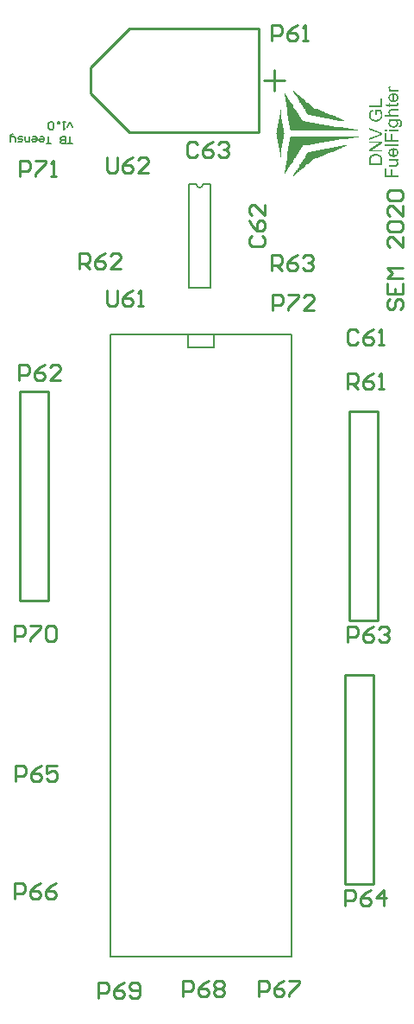
<source format=gbr>
%TF.GenerationSoftware,Altium Limited,Altium Designer,19.1.8 (144)*%
G04 Layer_Color=65535*
%FSLAX26Y26*%
%MOIN*%
%TF.FileFunction,Legend,Top*%
%TF.Part,Single*%
G01*
G75*
%TA.AperFunction,NonConductor*%
%ADD32C,0.007874*%
%ADD33C,0.010000*%
%ADD34C,0.005906*%
G36*
X1190638Y3681830D02*
X1193561D01*
Y3678907D01*
X1196484D01*
Y3675984D01*
X1199407D01*
Y3673062D01*
X1202329D01*
Y3670139D01*
X1208175D01*
Y3667216D01*
X1211097D01*
Y3664294D01*
X1214020D01*
Y3661371D01*
X1216943D01*
Y3658448D01*
X1219866D01*
Y3655525D01*
X1225711D01*
Y3652603D01*
X1228634D01*
Y3649680D01*
X1231556D01*
Y3646757D01*
X1234479D01*
Y3643834D01*
X1237402D01*
Y3640912D01*
X1243247D01*
Y3637989D01*
X1246170D01*
Y3635066D01*
X1249093D01*
Y3632144D01*
X1252015D01*
Y3629221D01*
X1254938D01*
Y3626298D01*
X1260784D01*
Y3623376D01*
X1263706D01*
Y3620453D01*
X1266629D01*
Y3617530D01*
X1275397D01*
Y3614607D01*
X1281243D01*
Y3611685D01*
X1290011D01*
Y3608762D01*
X1295856D01*
Y3605839D01*
X1304624D01*
Y3602916D01*
X1310470D01*
Y3599994D01*
X1319238D01*
Y3597071D01*
X1325083D01*
Y3594148D01*
X1333851D01*
Y3591226D01*
X1339697D01*
Y3588303D01*
X1348465D01*
Y3585380D01*
X1354311D01*
Y3582457D01*
X1363079D01*
Y3579535D01*
X1368924D01*
Y3576612D01*
X1377692D01*
Y3573689D01*
X1383538D01*
Y3570767D01*
X1392306D01*
Y3567844D01*
X1374770D01*
Y3570767D01*
X1357233D01*
Y3573689D01*
X1339697D01*
Y3576612D01*
X1325083D01*
Y3579535D01*
X1307547D01*
Y3582457D01*
X1290011D01*
Y3585380D01*
X1272475D01*
Y3588303D01*
X1254938D01*
Y3591226D01*
X1243247D01*
Y3597071D01*
X1240325D01*
Y3599994D01*
X1237402D01*
Y3605839D01*
X1234479D01*
Y3608762D01*
X1231556D01*
Y3614607D01*
X1228634D01*
Y3617530D01*
X1225711D01*
Y3623376D01*
X1222788D01*
Y3629221D01*
X1219866D01*
Y3632144D01*
X1216943D01*
Y3637989D01*
X1214020D01*
Y3640912D01*
X1211097D01*
Y3646757D01*
X1208175D01*
Y3649680D01*
X1205252D01*
Y3655525D01*
X1202329D01*
Y3661371D01*
X1199407D01*
Y3664294D01*
X1196484D01*
Y3670139D01*
X1193561D01*
Y3673062D01*
X1190638D01*
Y3678907D01*
X1187716D01*
Y3684753D01*
X1190638D01*
Y3681830D01*
D02*
G37*
G36*
X1155566Y3670139D02*
X1158488D01*
Y3667216D01*
X1161411D01*
Y3661371D01*
X1164334D01*
Y3658448D01*
X1167257D01*
Y3652603D01*
X1170179D01*
Y3649680D01*
X1173102D01*
Y3643834D01*
X1176025D01*
Y3640912D01*
X1178947D01*
Y3635066D01*
X1181870D01*
Y3632144D01*
X1184793D01*
Y3626298D01*
X1187716D01*
Y3620453D01*
X1190638D01*
Y3617530D01*
X1193561D01*
Y3611685D01*
X1196484D01*
Y3608762D01*
X1199407D01*
Y3602916D01*
X1202329D01*
Y3599994D01*
X1205252D01*
Y3594148D01*
X1208175D01*
Y3591226D01*
X1211097D01*
Y3585380D01*
X1214020D01*
Y3582457D01*
X1216943D01*
Y3576612D01*
X1219866D01*
Y3573689D01*
X1222788D01*
Y3567844D01*
X1231556D01*
Y3564921D01*
X1249093D01*
Y3561998D01*
X1269552D01*
Y3559076D01*
X1287088D01*
Y3556153D01*
X1304624D01*
Y3553230D01*
X1325083D01*
Y3550308D01*
X1342620D01*
Y3547385D01*
X1363079D01*
Y3544462D01*
X1380615D01*
Y3541539D01*
X1398151D01*
Y3538617D01*
X1418610D01*
Y3535694D01*
X1436147D01*
Y3532771D01*
X1176025D01*
Y3535694D01*
X1173102D01*
Y3553230D01*
X1170179D01*
Y3570767D01*
X1167257D01*
Y3588303D01*
X1164334D01*
Y3605839D01*
X1161411D01*
Y3623376D01*
X1158488D01*
Y3643834D01*
X1155566D01*
Y3661371D01*
X1152643D01*
Y3675984D01*
X1155566D01*
Y3670139D01*
D02*
G37*
G36*
X1138030Y3594148D02*
X1140952D01*
Y3576612D01*
X1143875D01*
Y3559076D01*
X1146798D01*
Y3541539D01*
X1149720D01*
Y3524003D01*
X1152643D01*
Y3518158D01*
X1149720D01*
Y3500621D01*
X1146798D01*
Y3483085D01*
X1143875D01*
Y3465549D01*
X1140952D01*
Y3448013D01*
X1138030D01*
Y3430476D01*
X1135107D01*
Y3448013D01*
X1132184D01*
Y3465549D01*
X1129261D01*
Y3483085D01*
X1126339D01*
Y3500621D01*
X1123416D01*
Y3518158D01*
X1120493D01*
Y3524003D01*
X1123416D01*
Y3541539D01*
X1126339D01*
Y3559076D01*
X1129261D01*
Y3576612D01*
X1132184D01*
Y3594148D01*
X1135107D01*
Y3611685D01*
X1138030D01*
Y3594148D01*
D02*
G37*
G36*
X1439069Y3506467D02*
X1418610D01*
Y3503544D01*
X1401074D01*
Y3500621D01*
X1380615D01*
Y3497699D01*
X1363079D01*
Y3494776D01*
X1345542D01*
Y3491853D01*
X1325083D01*
Y3488931D01*
X1307547D01*
Y3486008D01*
X1287088D01*
Y3483085D01*
X1269552D01*
Y3480162D01*
X1252015D01*
Y3477240D01*
X1231556D01*
Y3474317D01*
X1222788D01*
Y3468472D01*
X1219866D01*
Y3465549D01*
X1216943D01*
Y3459704D01*
X1214020D01*
Y3456781D01*
X1211097D01*
Y3450935D01*
X1208175D01*
Y3448013D01*
X1205252D01*
Y3442167D01*
X1202329D01*
Y3439244D01*
X1199407D01*
Y3433399D01*
X1196484D01*
Y3427554D01*
X1193561D01*
Y3424631D01*
X1190638D01*
Y3418785D01*
X1187716D01*
Y3415863D01*
X1184793D01*
Y3410017D01*
X1181870D01*
Y3407095D01*
X1178947D01*
Y3401249D01*
X1176025D01*
Y3398326D01*
X1173102D01*
Y3392481D01*
X1170179D01*
Y3389558D01*
X1167257D01*
Y3383713D01*
X1164334D01*
Y3380790D01*
X1161411D01*
Y3374945D01*
X1158488D01*
Y3372022D01*
X1155566D01*
Y3366177D01*
X1152643D01*
Y3380790D01*
X1155566D01*
Y3398326D01*
X1158488D01*
Y3415863D01*
X1161411D01*
Y3436322D01*
X1164334D01*
Y3453858D01*
X1167257D01*
Y3471394D01*
X1170179D01*
Y3488931D01*
X1173102D01*
Y3506467D01*
X1176025D01*
Y3509390D01*
X1439069D01*
Y3506467D01*
D02*
G37*
G36*
X1392306Y3471394D02*
X1386460D01*
Y3468472D01*
X1377692D01*
Y3465549D01*
X1371847D01*
Y3462626D01*
X1363079D01*
Y3459704D01*
X1357233D01*
Y3456781D01*
X1348465D01*
Y3453858D01*
X1342620D01*
Y3450935D01*
X1333851D01*
Y3448013D01*
X1328006D01*
Y3445090D01*
X1319238D01*
Y3442167D01*
X1313392D01*
Y3439244D01*
X1304624D01*
Y3436322D01*
X1298779D01*
Y3433399D01*
X1290011D01*
Y3430476D01*
X1284165D01*
Y3427554D01*
X1275397D01*
Y3424631D01*
X1269552D01*
Y3421708D01*
X1263706D01*
Y3418785D01*
X1260784D01*
Y3415863D01*
X1254938D01*
Y3412940D01*
X1252015D01*
Y3410017D01*
X1249093D01*
Y3407095D01*
X1246170D01*
Y3404172D01*
X1243247D01*
Y3401249D01*
X1237402D01*
Y3398326D01*
X1234479D01*
Y3395404D01*
X1231556D01*
Y3392481D01*
X1228634D01*
Y3389558D01*
X1225711D01*
Y3386635D01*
X1219866D01*
Y3383713D01*
X1216943D01*
Y3380790D01*
X1214020D01*
Y3377867D01*
X1211097D01*
Y3374945D01*
X1208175D01*
Y3372022D01*
X1202329D01*
Y3369099D01*
X1199407D01*
Y3366177D01*
X1196484D01*
Y3363254D01*
X1193561D01*
Y3360331D01*
X1190638D01*
Y3357408D01*
X1187716D01*
Y3363254D01*
X1190638D01*
Y3369099D01*
X1193561D01*
Y3372022D01*
X1196484D01*
Y3377867D01*
X1199407D01*
Y3380790D01*
X1202329D01*
Y3386635D01*
X1205252D01*
Y3389558D01*
X1208175D01*
Y3395404D01*
X1211097D01*
Y3401249D01*
X1214020D01*
Y3404172D01*
X1216943D01*
Y3410017D01*
X1219866D01*
Y3412940D01*
X1222788D01*
Y3418785D01*
X1225711D01*
Y3421708D01*
X1228634D01*
Y3427554D01*
X1231556D01*
Y3433399D01*
X1234479D01*
Y3436322D01*
X1237402D01*
Y3442167D01*
X1240325D01*
Y3445090D01*
X1243247D01*
Y3450935D01*
X1254938D01*
Y3453858D01*
X1272475D01*
Y3456781D01*
X1290011D01*
Y3459704D01*
X1307547D01*
Y3462626D01*
X1325083D01*
Y3465549D01*
X1342620D01*
Y3468472D01*
X1360156D01*
Y3471394D01*
X1377692D01*
Y3474317D01*
X1392306D01*
Y3471394D01*
D02*
G37*
G36*
X1561830Y3701243D02*
X1561757Y3701171D01*
X1561611Y3700879D01*
X1561393Y3700441D01*
X1561174Y3699858D01*
X1560955Y3699202D01*
X1560737Y3698400D01*
X1560591Y3697598D01*
X1560518Y3696796D01*
Y3696432D01*
X1560591Y3696068D01*
X1560664Y3695557D01*
X1560810Y3695047D01*
X1561028Y3694391D01*
X1561320Y3693735D01*
X1561757Y3693151D01*
X1561830Y3693079D01*
X1561976Y3692860D01*
X1562268Y3692641D01*
X1562632Y3692277D01*
X1563142Y3691912D01*
X1563726Y3691548D01*
X1564382Y3691183D01*
X1565184Y3690892D01*
X1565329Y3690819D01*
X1565767Y3690746D01*
X1566423Y3690600D01*
X1567298Y3690381D01*
X1568391Y3690163D01*
X1569630Y3690017D01*
X1570943Y3689944D01*
X1572401Y3689871D01*
X1591501D01*
Y3683675D01*
X1554905D01*
Y3689288D01*
X1560445D01*
X1560372Y3689361D01*
X1559862Y3689652D01*
X1559206Y3690017D01*
X1558404Y3690600D01*
X1557602Y3691183D01*
X1556727Y3691839D01*
X1555998Y3692495D01*
X1555415Y3693151D01*
X1555342Y3693224D01*
X1555196Y3693443D01*
X1554978Y3693881D01*
X1554759Y3694318D01*
X1554540Y3694901D01*
X1554322Y3695630D01*
X1554176Y3696359D01*
X1554103Y3697161D01*
Y3697671D01*
X1554176Y3698327D01*
X1554322Y3699129D01*
X1554613Y3700077D01*
X1554978Y3701098D01*
X1555488Y3702264D01*
X1556144Y3703503D01*
X1561830Y3701243D01*
D02*
G37*
G36*
X1574806Y3676093D02*
Y3648755D01*
X1574879D01*
X1575098D01*
X1575390Y3648828D01*
X1575827D01*
X1576337Y3648901D01*
X1576920Y3649047D01*
X1578233Y3649266D01*
X1579691Y3649703D01*
X1581294Y3650286D01*
X1582753Y3651088D01*
X1584065Y3652109D01*
Y3652182D01*
X1584210Y3652255D01*
X1584575Y3652692D01*
X1585085Y3653348D01*
X1585596Y3654223D01*
X1586179Y3655389D01*
X1586689Y3656702D01*
X1587054Y3658160D01*
X1587127Y3658961D01*
X1587199Y3659836D01*
Y3660419D01*
X1587127Y3661075D01*
X1586981Y3661877D01*
X1586762Y3662752D01*
X1586470Y3663773D01*
X1586033Y3664720D01*
X1585450Y3665668D01*
X1585377Y3665741D01*
X1585085Y3666106D01*
X1584648Y3666543D01*
X1584065Y3667053D01*
X1583263Y3667637D01*
X1582242Y3668293D01*
X1581076Y3668949D01*
X1579691Y3669532D01*
X1580493Y3675947D01*
X1580565D01*
X1580711Y3675874D01*
X1581003Y3675801D01*
X1581440Y3675655D01*
X1581878Y3675437D01*
X1582461Y3675218D01*
X1583700Y3674635D01*
X1585085Y3673906D01*
X1586543Y3672885D01*
X1587928Y3671719D01*
X1589241Y3670261D01*
Y3670188D01*
X1589386Y3670042D01*
X1589532Y3669823D01*
X1589751Y3669532D01*
X1589970Y3669095D01*
X1590188Y3668657D01*
X1590480Y3668074D01*
X1590772Y3667418D01*
X1591063Y3666689D01*
X1591355Y3665960D01*
X1591792Y3664137D01*
X1592157Y3662096D01*
X1592302Y3659836D01*
Y3659034D01*
X1592229Y3658524D01*
X1592157Y3657868D01*
X1592011Y3657066D01*
X1591865Y3656191D01*
X1591719Y3655244D01*
X1591136Y3653202D01*
X1590699Y3652109D01*
X1590261Y3651088D01*
X1589678Y3649995D01*
X1589022Y3648974D01*
X1588293Y3648026D01*
X1587418Y3647079D01*
X1587345Y3647006D01*
X1587199Y3646860D01*
X1586908Y3646641D01*
X1586470Y3646350D01*
X1585960Y3645985D01*
X1585377Y3645621D01*
X1584648Y3645183D01*
X1583846Y3644746D01*
X1582898Y3644309D01*
X1581878Y3643871D01*
X1580711Y3643507D01*
X1579472Y3643142D01*
X1578160Y3642851D01*
X1576702Y3642632D01*
X1575171Y3642486D01*
X1573567Y3642413D01*
X1573494D01*
X1573130D01*
X1572692D01*
X1572036Y3642486D01*
X1571234Y3642559D01*
X1570360Y3642632D01*
X1569339Y3642778D01*
X1568318Y3642996D01*
X1565986Y3643579D01*
X1564819Y3643944D01*
X1563580Y3644381D01*
X1562413Y3644965D01*
X1561320Y3645621D01*
X1560226Y3646350D01*
X1559206Y3647152D01*
X1559133Y3647224D01*
X1558987Y3647370D01*
X1558768Y3647662D01*
X1558404Y3648026D01*
X1558039Y3648464D01*
X1557602Y3649047D01*
X1557092Y3649703D01*
X1556654Y3650505D01*
X1556144Y3651307D01*
X1555707Y3652255D01*
X1555269Y3653275D01*
X1554905Y3654369D01*
X1554540Y3655535D01*
X1554322Y3656774D01*
X1554176Y3658087D01*
X1554103Y3659472D01*
Y3660201D01*
X1554176Y3660711D01*
X1554249Y3661294D01*
X1554394Y3662023D01*
X1554540Y3662825D01*
X1554759Y3663773D01*
X1554978Y3664648D01*
X1555342Y3665668D01*
X1555707Y3666616D01*
X1556217Y3667637D01*
X1556800Y3668657D01*
X1557456Y3669678D01*
X1558258Y3670625D01*
X1559133Y3671500D01*
X1559206Y3671573D01*
X1559352Y3671719D01*
X1559643Y3671938D01*
X1560081Y3672229D01*
X1560591Y3672594D01*
X1561174Y3672958D01*
X1561903Y3673396D01*
X1562778Y3673833D01*
X1563726Y3674270D01*
X1564746Y3674708D01*
X1565913Y3675072D01*
X1567152Y3675437D01*
X1568537Y3675728D01*
X1569995Y3675947D01*
X1571526Y3676093D01*
X1573203Y3676166D01*
X1573275D01*
X1573567D01*
X1574077D01*
X1574806Y3676093D01*
D02*
G37*
G36*
X1591501Y3639060D02*
X1591573Y3638768D01*
X1591646Y3638258D01*
X1591719Y3637602D01*
X1591865Y3636873D01*
X1591938Y3636071D01*
X1592011Y3634467D01*
Y3633884D01*
X1591938Y3633301D01*
X1591865Y3632572D01*
X1591792Y3631697D01*
X1591573Y3630822D01*
X1591355Y3630020D01*
X1590990Y3629218D01*
X1590917Y3629145D01*
X1590772Y3628927D01*
X1590553Y3628635D01*
X1590188Y3628198D01*
X1589824Y3627833D01*
X1589313Y3627396D01*
X1588803Y3626958D01*
X1588147Y3626667D01*
X1588074D01*
X1587783Y3626521D01*
X1587272Y3626448D01*
X1586543Y3626302D01*
X1585596Y3626156D01*
X1585012Y3626084D01*
X1584356D01*
X1583554Y3626011D01*
X1582753Y3625938D01*
X1581878D01*
X1580857D01*
X1559716D01*
Y3621345D01*
X1554905D01*
Y3625938D01*
X1545865D01*
X1542147Y3632134D01*
X1554905D01*
Y3638404D01*
X1559716D01*
Y3632134D01*
X1581222D01*
X1581367D01*
X1581659D01*
X1582096D01*
X1582607Y3632207D01*
X1583773Y3632280D01*
X1584283Y3632353D01*
X1584648Y3632426D01*
X1584794Y3632499D01*
X1585085Y3632717D01*
X1585450Y3633009D01*
X1585814Y3633519D01*
X1585887Y3633665D01*
X1586033Y3634030D01*
X1586179Y3634686D01*
X1586252Y3635633D01*
Y3636362D01*
X1586179Y3636727D01*
Y3637237D01*
X1586106Y3637820D01*
X1586033Y3638404D01*
X1591501Y3639206D01*
Y3639060D01*
D02*
G37*
G36*
X1530090Y3623240D02*
X1479643D01*
Y3629947D01*
X1524112D01*
Y3654806D01*
X1530090D01*
Y3623240D01*
D02*
G37*
G36*
X1591501Y3609171D02*
X1568318D01*
X1568245D01*
X1568100D01*
X1567881D01*
X1567589D01*
X1566787Y3609098D01*
X1565767Y3608952D01*
X1564673Y3608660D01*
X1563580Y3608296D01*
X1562486Y3607786D01*
X1561611Y3607130D01*
X1561539Y3607057D01*
X1561247Y3606765D01*
X1560882Y3606328D01*
X1560518Y3605671D01*
X1560081Y3604870D01*
X1559789Y3603922D01*
X1559497Y3602756D01*
X1559425Y3601443D01*
Y3601006D01*
X1559497Y3600496D01*
X1559570Y3599767D01*
X1559789Y3599038D01*
X1560008Y3598163D01*
X1560372Y3597288D01*
X1560882Y3596340D01*
X1560955Y3596267D01*
X1561174Y3595976D01*
X1561466Y3595538D01*
X1561903Y3595028D01*
X1562486Y3594445D01*
X1563142Y3593862D01*
X1563944Y3593351D01*
X1564819Y3592914D01*
X1564965Y3592841D01*
X1565256Y3592768D01*
X1565840Y3592622D01*
X1566569Y3592404D01*
X1567516Y3592185D01*
X1568683Y3592039D01*
X1569995Y3591966D01*
X1571526Y3591893D01*
X1591501D01*
Y3585697D01*
X1541054D01*
Y3591893D01*
X1559133D01*
X1559060Y3591966D01*
X1558914Y3592112D01*
X1558696Y3592331D01*
X1558331Y3592695D01*
X1557966Y3593060D01*
X1557529Y3593570D01*
X1557092Y3594226D01*
X1556581Y3594882D01*
X1556144Y3595611D01*
X1555707Y3596413D01*
X1554905Y3598309D01*
X1554540Y3599329D01*
X1554322Y3600423D01*
X1554176Y3601589D01*
X1554103Y3602756D01*
Y3603412D01*
X1554176Y3604213D01*
X1554322Y3605161D01*
X1554467Y3606255D01*
X1554759Y3607421D01*
X1555196Y3608588D01*
X1555707Y3609754D01*
X1555780Y3609900D01*
X1555998Y3610264D01*
X1556363Y3610774D01*
X1556873Y3611431D01*
X1557529Y3612087D01*
X1558258Y3612816D01*
X1559133Y3613472D01*
X1560153Y3614055D01*
X1560299Y3614128D01*
X1560664Y3614274D01*
X1561320Y3614492D01*
X1562268Y3614711D01*
X1563434Y3614930D01*
X1564819Y3615148D01*
X1566496Y3615294D01*
X1568391Y3615367D01*
X1591501D01*
Y3609171D01*
D02*
G37*
G36*
X1523164Y3613618D02*
X1523237Y3613472D01*
X1523456Y3613180D01*
X1523747Y3612816D01*
X1524039Y3612378D01*
X1524403Y3611868D01*
X1524841Y3611212D01*
X1525278Y3610556D01*
X1526226Y3609025D01*
X1527246Y3607275D01*
X1528194Y3605453D01*
X1528996Y3603485D01*
Y3603412D01*
X1529069Y3603266D01*
X1529142Y3602974D01*
X1529288Y3602610D01*
X1529433Y3602099D01*
X1529652Y3601516D01*
X1529798Y3600860D01*
X1529944Y3600204D01*
X1530308Y3598600D01*
X1530673Y3596778D01*
X1530891Y3594809D01*
X1530964Y3592768D01*
Y3592039D01*
X1530891Y3591529D01*
Y3590873D01*
X1530819Y3590071D01*
X1530673Y3589196D01*
X1530600Y3588248D01*
X1530162Y3586134D01*
X1529652Y3583874D01*
X1528850Y3581542D01*
X1528413Y3580375D01*
X1527830Y3579209D01*
X1527757Y3579136D01*
X1527684Y3578917D01*
X1527465Y3578626D01*
X1527246Y3578188D01*
X1526882Y3577678D01*
X1526517Y3577168D01*
X1525497Y3575782D01*
X1524185Y3574325D01*
X1522581Y3572794D01*
X1520758Y3571336D01*
X1518644Y3570023D01*
X1518571D01*
X1518353Y3569878D01*
X1518061Y3569732D01*
X1517551Y3569513D01*
X1517040Y3569294D01*
X1516311Y3569076D01*
X1515582Y3568784D01*
X1514708Y3568492D01*
X1513760Y3568201D01*
X1512666Y3567909D01*
X1511573Y3567691D01*
X1510407Y3567472D01*
X1507855Y3567107D01*
X1505158Y3566962D01*
X1505085D01*
X1504793D01*
X1504429D01*
X1503918Y3567035D01*
X1503262D01*
X1502460Y3567107D01*
X1501659Y3567253D01*
X1500711Y3567326D01*
X1499690Y3567545D01*
X1498597Y3567691D01*
X1496264Y3568274D01*
X1493858Y3569003D01*
X1491453Y3570023D01*
X1491380Y3570096D01*
X1491161Y3570169D01*
X1490869Y3570315D01*
X1490432Y3570607D01*
X1489849Y3570898D01*
X1489265Y3571263D01*
X1487880Y3572283D01*
X1486277Y3573523D01*
X1484746Y3575053D01*
X1483215Y3576803D01*
X1482559Y3577824D01*
X1481903Y3578844D01*
X1481830Y3578917D01*
X1481757Y3579136D01*
X1481611Y3579427D01*
X1481392Y3579865D01*
X1481174Y3580448D01*
X1480882Y3581104D01*
X1480590Y3581833D01*
X1480299Y3582708D01*
X1480007Y3583656D01*
X1479789Y3584676D01*
X1479497Y3585770D01*
X1479278Y3586936D01*
X1478914Y3589488D01*
X1478768Y3590800D01*
Y3593133D01*
X1478841Y3593570D01*
Y3594153D01*
X1478987Y3595538D01*
X1479205Y3597069D01*
X1479570Y3598673D01*
X1480007Y3600423D01*
X1480590Y3602099D01*
Y3602172D01*
X1480663Y3602318D01*
X1480736Y3602537D01*
X1480882Y3602828D01*
X1481319Y3603630D01*
X1481830Y3604651D01*
X1482559Y3605744D01*
X1483434Y3606911D01*
X1484381Y3608004D01*
X1485548Y3609025D01*
X1485693Y3609171D01*
X1486131Y3609462D01*
X1486787Y3609900D01*
X1487735Y3610483D01*
X1488901Y3611066D01*
X1490359Y3611722D01*
X1491963Y3612378D01*
X1493785Y3612889D01*
X1495389Y3606838D01*
X1495316D01*
X1495243Y3606765D01*
X1495025Y3606692D01*
X1494733Y3606619D01*
X1494077Y3606401D01*
X1493202Y3606109D01*
X1492181Y3605671D01*
X1491234Y3605161D01*
X1490213Y3604651D01*
X1489338Y3603995D01*
X1489265Y3603922D01*
X1488974Y3603703D01*
X1488609Y3603266D01*
X1488099Y3602756D01*
X1487516Y3602099D01*
X1486933Y3601225D01*
X1486350Y3600277D01*
X1485839Y3599183D01*
X1485766Y3599038D01*
X1485620Y3598673D01*
X1485402Y3598017D01*
X1485110Y3597142D01*
X1484891Y3596122D01*
X1484673Y3594955D01*
X1484527Y3593643D01*
X1484454Y3592258D01*
Y3591456D01*
X1484527Y3591091D01*
Y3590654D01*
X1484600Y3589561D01*
X1484819Y3588321D01*
X1485037Y3586936D01*
X1485402Y3585624D01*
X1485912Y3584312D01*
X1485985Y3584166D01*
X1486131Y3583729D01*
X1486495Y3583145D01*
X1486860Y3582416D01*
X1487443Y3581542D01*
X1488026Y3580594D01*
X1488755Y3579719D01*
X1489557Y3578917D01*
X1489630Y3578844D01*
X1489922Y3578553D01*
X1490432Y3578188D01*
X1491015Y3577751D01*
X1491744Y3577240D01*
X1492619Y3576730D01*
X1493567Y3576220D01*
X1494587Y3575710D01*
X1494660D01*
X1494806Y3575637D01*
X1495025Y3575564D01*
X1495389Y3575418D01*
X1495826Y3575272D01*
X1496337Y3575126D01*
X1496920Y3574908D01*
X1497576Y3574762D01*
X1499107Y3574397D01*
X1500857Y3574106D01*
X1502679Y3573887D01*
X1504720Y3573814D01*
X1504793D01*
X1505012D01*
X1505376D01*
X1505814Y3573887D01*
X1506397D01*
X1507126Y3573960D01*
X1507855Y3574033D01*
X1508657Y3574106D01*
X1510479Y3574397D01*
X1512375Y3574762D01*
X1514270Y3575345D01*
X1516093Y3576074D01*
X1516166D01*
X1516311Y3576220D01*
X1516530Y3576293D01*
X1516822Y3576512D01*
X1517624Y3577022D01*
X1518644Y3577824D01*
X1519738Y3578771D01*
X1520831Y3579938D01*
X1521852Y3581323D01*
X1522800Y3582854D01*
Y3582927D01*
X1522872Y3583073D01*
X1523018Y3583291D01*
X1523164Y3583656D01*
X1523310Y3584020D01*
X1523456Y3584530D01*
X1523893Y3585697D01*
X1524257Y3587155D01*
X1524622Y3588759D01*
X1524914Y3590508D01*
X1524986Y3592331D01*
Y3593060D01*
X1524914Y3593497D01*
Y3593935D01*
X1524768Y3595028D01*
X1524622Y3596340D01*
X1524330Y3597725D01*
X1523893Y3599256D01*
X1523383Y3600787D01*
Y3600860D01*
X1523310Y3601006D01*
X1523237Y3601152D01*
X1523091Y3601443D01*
X1522727Y3602245D01*
X1522289Y3603120D01*
X1521779Y3604141D01*
X1521196Y3605234D01*
X1520540Y3606255D01*
X1519811Y3607130D01*
X1510334D01*
Y3592258D01*
X1504356D01*
Y3613691D01*
X1523091D01*
X1523164Y3613618D01*
D02*
G37*
G36*
X1588584Y3576220D02*
X1589386D01*
X1590261Y3576147D01*
X1591209Y3576074D01*
X1593177Y3575855D01*
X1595218Y3575564D01*
X1596166Y3575345D01*
X1597041Y3575126D01*
X1597843Y3574835D01*
X1598572Y3574543D01*
X1598645D01*
X1598718Y3574470D01*
X1599155Y3574179D01*
X1599811Y3573814D01*
X1600613Y3573231D01*
X1601488Y3572429D01*
X1602436Y3571481D01*
X1603383Y3570315D01*
X1604185Y3569003D01*
Y3568930D01*
X1604258Y3568857D01*
X1604404Y3568638D01*
X1604477Y3568347D01*
X1604695Y3567982D01*
X1604841Y3567545D01*
X1605206Y3566451D01*
X1605643Y3565139D01*
X1605935Y3563535D01*
X1606226Y3561713D01*
X1606299Y3559744D01*
Y3559088D01*
X1606226Y3558651D01*
Y3558068D01*
X1606153Y3557485D01*
X1606081Y3556756D01*
X1605935Y3555954D01*
X1605570Y3554277D01*
X1605060Y3552527D01*
X1604331Y3550778D01*
X1603310Y3549174D01*
X1603237Y3549101D01*
X1603165Y3549028D01*
X1602727Y3548518D01*
X1602071Y3547935D01*
X1601123Y3547206D01*
X1599884Y3546477D01*
X1598353Y3545821D01*
X1597478Y3545602D01*
X1596531Y3545456D01*
X1595583Y3545310D01*
X1594489D01*
X1595291Y3551361D01*
X1595437D01*
X1595729Y3551434D01*
X1596239Y3551580D01*
X1596895Y3551726D01*
X1597551Y3552017D01*
X1598207Y3552382D01*
X1598863Y3552819D01*
X1599374Y3553402D01*
X1599447Y3553548D01*
X1599665Y3553840D01*
X1599957Y3554350D01*
X1600248Y3555079D01*
X1600613Y3555954D01*
X1600905Y3557047D01*
X1601123Y3558359D01*
X1601196Y3559744D01*
Y3560474D01*
X1601123Y3561202D01*
X1600977Y3562223D01*
X1600759Y3563244D01*
X1600467Y3564337D01*
X1600030Y3565431D01*
X1599447Y3566378D01*
X1599374Y3566451D01*
X1599155Y3566743D01*
X1598718Y3567180D01*
X1598207Y3567691D01*
X1597478Y3568201D01*
X1596676Y3568711D01*
X1595729Y3569222D01*
X1594635Y3569586D01*
X1594562D01*
X1594271Y3569659D01*
X1593688Y3569732D01*
X1592958Y3569805D01*
X1592448Y3569878D01*
X1591865D01*
X1591209Y3569950D01*
X1590480D01*
X1589678D01*
X1588730Y3570023D01*
X1587783D01*
X1586689D01*
X1586762Y3569950D01*
X1586908Y3569805D01*
X1587127Y3569586D01*
X1587418Y3569294D01*
X1587783Y3568930D01*
X1588220Y3568420D01*
X1588657Y3567836D01*
X1589095Y3567253D01*
X1589970Y3565722D01*
X1590772Y3564046D01*
X1591063Y3563098D01*
X1591282Y3562077D01*
X1591428Y3560984D01*
X1591501Y3559890D01*
Y3559526D01*
X1591428Y3559161D01*
Y3558651D01*
X1591355Y3557995D01*
X1591209Y3557266D01*
X1591063Y3556464D01*
X1590844Y3555589D01*
X1590553Y3554642D01*
X1590188Y3553694D01*
X1589751Y3552746D01*
X1589241Y3551726D01*
X1588584Y3550778D01*
X1587855Y3549830D01*
X1587054Y3548955D01*
X1586106Y3548153D01*
X1586033Y3548081D01*
X1585887Y3548008D01*
X1585523Y3547789D01*
X1585158Y3547497D01*
X1584575Y3547206D01*
X1583992Y3546841D01*
X1583263Y3546477D01*
X1582388Y3546112D01*
X1581513Y3545748D01*
X1580493Y3545383D01*
X1579472Y3545019D01*
X1578306Y3544727D01*
X1575827Y3544217D01*
X1574442Y3544144D01*
X1573057Y3544071D01*
X1572984D01*
X1572838D01*
X1572546D01*
X1572182D01*
X1571672Y3544144D01*
X1571161D01*
X1569849Y3544290D01*
X1568391Y3544508D01*
X1566787Y3544873D01*
X1565111Y3545310D01*
X1563434Y3545966D01*
X1563361D01*
X1563215Y3546039D01*
X1562997Y3546185D01*
X1562705Y3546331D01*
X1561903Y3546768D01*
X1560882Y3547352D01*
X1559789Y3548153D01*
X1558696Y3549101D01*
X1557529Y3550195D01*
X1556581Y3551434D01*
Y3551507D01*
X1556508Y3551580D01*
X1556363Y3551798D01*
X1556217Y3552090D01*
X1555780Y3552819D01*
X1555342Y3553840D01*
X1554905Y3555079D01*
X1554467Y3556537D01*
X1554176Y3558141D01*
X1554103Y3559890D01*
Y3560546D01*
X1554176Y3560984D01*
X1554249Y3561494D01*
X1554394Y3562150D01*
X1554540Y3562879D01*
X1554759Y3563681D01*
X1555051Y3564483D01*
X1555415Y3565358D01*
X1555852Y3566233D01*
X1556363Y3567180D01*
X1556946Y3568055D01*
X1557675Y3568930D01*
X1558477Y3569805D01*
X1559425Y3570607D01*
X1554905D01*
Y3576293D01*
X1586543D01*
X1586616D01*
X1586908D01*
X1587345D01*
X1587928D01*
X1588584Y3576220D01*
D02*
G37*
G36*
X1591501Y3530803D02*
X1554905D01*
Y3537000D01*
X1591501D01*
Y3530803D01*
D02*
G37*
G36*
X1548125D02*
X1541054D01*
Y3537000D01*
X1548125D01*
Y3530803D01*
D02*
G37*
G36*
X1530090Y3523367D02*
Y3516369D01*
X1479643Y3496832D01*
Y3504122D01*
X1516311Y3517244D01*
X1516384D01*
X1516530Y3517317D01*
X1516749Y3517390D01*
X1517040Y3517535D01*
X1517478Y3517608D01*
X1517915Y3517754D01*
X1519009Y3518119D01*
X1520248Y3518556D01*
X1521633Y3518993D01*
X1524549Y3519868D01*
X1524476D01*
X1524330Y3519941D01*
X1524112Y3520014D01*
X1523820Y3520087D01*
X1523018Y3520306D01*
X1521925Y3520670D01*
X1520685Y3521035D01*
X1519300Y3521472D01*
X1517842Y3521982D01*
X1516311Y3522566D01*
X1479643Y3536271D01*
Y3543050D01*
X1530090Y3523367D01*
D02*
G37*
G36*
X1547032Y3495520D02*
X1562632D01*
Y3519212D01*
X1568610D01*
Y3495520D01*
X1591501D01*
Y3488813D01*
X1541054D01*
Y3522930D01*
X1547032D01*
Y3495520D01*
D02*
G37*
G36*
X1591501Y3471900D02*
X1541054D01*
Y3478097D01*
X1591501D01*
Y3471900D01*
D02*
G37*
G36*
X1530090Y3483928D02*
X1490505Y3457539D01*
X1530090D01*
Y3451124D01*
X1479643D01*
Y3457976D01*
X1519300Y3484439D01*
X1479643D01*
Y3490854D01*
X1530090D01*
Y3483928D01*
D02*
G37*
G36*
X1574806Y3464391D02*
Y3437054D01*
X1574879D01*
X1575098D01*
X1575390Y3437127D01*
X1575827D01*
X1576337Y3437200D01*
X1576920Y3437345D01*
X1578233Y3437564D01*
X1579691Y3438001D01*
X1581294Y3438585D01*
X1582753Y3439387D01*
X1584065Y3440407D01*
Y3440480D01*
X1584210Y3440553D01*
X1584575Y3440990D01*
X1585085Y3441646D01*
X1585596Y3442521D01*
X1586179Y3443688D01*
X1586689Y3445000D01*
X1587054Y3446458D01*
X1587127Y3447260D01*
X1587199Y3448135D01*
Y3448718D01*
X1587127Y3449374D01*
X1586981Y3450176D01*
X1586762Y3451051D01*
X1586470Y3452071D01*
X1586033Y3453019D01*
X1585450Y3453967D01*
X1585377Y3454039D01*
X1585085Y3454404D01*
X1584648Y3454841D01*
X1584065Y3455352D01*
X1583263Y3455935D01*
X1582242Y3456591D01*
X1581076Y3457247D01*
X1579691Y3457830D01*
X1580493Y3464245D01*
X1580565D01*
X1580711Y3464173D01*
X1581003Y3464100D01*
X1581440Y3463954D01*
X1581878Y3463735D01*
X1582461Y3463517D01*
X1583700Y3462933D01*
X1585085Y3462204D01*
X1586543Y3461184D01*
X1587928Y3460017D01*
X1589241Y3458559D01*
Y3458486D01*
X1589386Y3458341D01*
X1589532Y3458122D01*
X1589751Y3457830D01*
X1589970Y3457393D01*
X1590188Y3456956D01*
X1590480Y3456372D01*
X1590772Y3455716D01*
X1591063Y3454987D01*
X1591355Y3454258D01*
X1591792Y3452436D01*
X1592157Y3450394D01*
X1592302Y3448135D01*
Y3447333D01*
X1592229Y3446822D01*
X1592157Y3446166D01*
X1592011Y3445364D01*
X1591865Y3444490D01*
X1591719Y3443542D01*
X1591136Y3441501D01*
X1590699Y3440407D01*
X1590261Y3439387D01*
X1589678Y3438293D01*
X1589022Y3437273D01*
X1588293Y3436325D01*
X1587418Y3435377D01*
X1587345Y3435304D01*
X1587199Y3435158D01*
X1586908Y3434940D01*
X1586470Y3434648D01*
X1585960Y3434284D01*
X1585377Y3433919D01*
X1584648Y3433482D01*
X1583846Y3433044D01*
X1582898Y3432607D01*
X1581878Y3432169D01*
X1580711Y3431805D01*
X1579472Y3431441D01*
X1578160Y3431149D01*
X1576702Y3430930D01*
X1575171Y3430784D01*
X1573567Y3430711D01*
X1573494D01*
X1573130D01*
X1572692D01*
X1572036Y3430784D01*
X1571234Y3430857D01*
X1570360Y3430930D01*
X1569339Y3431076D01*
X1568318Y3431295D01*
X1565986Y3431878D01*
X1564819Y3432242D01*
X1563580Y3432680D01*
X1562413Y3433263D01*
X1561320Y3433919D01*
X1560226Y3434648D01*
X1559206Y3435450D01*
X1559133Y3435523D01*
X1558987Y3435669D01*
X1558768Y3435960D01*
X1558404Y3436325D01*
X1558039Y3436762D01*
X1557602Y3437345D01*
X1557092Y3438001D01*
X1556654Y3438803D01*
X1556144Y3439605D01*
X1555707Y3440553D01*
X1555269Y3441574D01*
X1554905Y3442667D01*
X1554540Y3443834D01*
X1554322Y3445073D01*
X1554176Y3446385D01*
X1554103Y3447770D01*
Y3448499D01*
X1554176Y3449009D01*
X1554249Y3449593D01*
X1554394Y3450322D01*
X1554540Y3451124D01*
X1554759Y3452071D01*
X1554978Y3452946D01*
X1555342Y3453967D01*
X1555707Y3454914D01*
X1556217Y3455935D01*
X1556800Y3456956D01*
X1557456Y3457976D01*
X1558258Y3458924D01*
X1559133Y3459799D01*
X1559206Y3459872D01*
X1559352Y3460017D01*
X1559643Y3460236D01*
X1560081Y3460528D01*
X1560591Y3460892D01*
X1561174Y3461257D01*
X1561903Y3461694D01*
X1562778Y3462131D01*
X1563726Y3462569D01*
X1564746Y3463006D01*
X1565913Y3463371D01*
X1567152Y3463735D01*
X1568537Y3464027D01*
X1569995Y3464245D01*
X1571526Y3464391D01*
X1573203Y3464464D01*
X1573275D01*
X1573567D01*
X1574077D01*
X1574806Y3464391D01*
D02*
G37*
G36*
X1506105Y3441938D02*
X1506689D01*
X1508074Y3441865D01*
X1509678Y3441646D01*
X1511354Y3441428D01*
X1513104Y3441063D01*
X1514853Y3440626D01*
X1514926D01*
X1515072Y3440553D01*
X1515291Y3440480D01*
X1515582Y3440407D01*
X1516384Y3440116D01*
X1517405Y3439678D01*
X1518571Y3439241D01*
X1519738Y3438658D01*
X1520977Y3437929D01*
X1522143Y3437200D01*
X1522289Y3437127D01*
X1522654Y3436835D01*
X1523164Y3436398D01*
X1523820Y3435814D01*
X1524549Y3435158D01*
X1525278Y3434356D01*
X1526080Y3433555D01*
X1526736Y3432607D01*
X1526809Y3432461D01*
X1527028Y3432169D01*
X1527319Y3431659D01*
X1527684Y3430930D01*
X1528121Y3430055D01*
X1528486Y3429035D01*
X1528923Y3427868D01*
X1529288Y3426556D01*
Y3426410D01*
X1529361Y3426192D01*
X1529433Y3425973D01*
X1529506Y3425244D01*
X1529652Y3424223D01*
X1529798Y3423057D01*
X1529944Y3421672D01*
X1530017Y3420141D01*
X1530090Y3418464D01*
Y3400312D01*
X1479643D01*
Y3419704D01*
X1479716Y3421016D01*
X1479789Y3422474D01*
X1479934Y3423932D01*
X1480153Y3425390D01*
X1480372Y3426629D01*
Y3426702D01*
X1480445Y3426848D01*
Y3427066D01*
X1480590Y3427358D01*
X1480809Y3428160D01*
X1481174Y3429181D01*
X1481684Y3430347D01*
X1482340Y3431586D01*
X1483069Y3432826D01*
X1484017Y3433992D01*
X1484090Y3434065D01*
X1484162Y3434138D01*
X1484381Y3434356D01*
X1484600Y3434648D01*
X1485329Y3435377D01*
X1486350Y3436252D01*
X1487589Y3437200D01*
X1489047Y3438220D01*
X1490724Y3439168D01*
X1492619Y3439970D01*
X1492692D01*
X1492838Y3440043D01*
X1493129Y3440189D01*
X1493567Y3440261D01*
X1494077Y3440480D01*
X1494660Y3440626D01*
X1495316Y3440772D01*
X1496118Y3440990D01*
X1496920Y3441209D01*
X1497868Y3441355D01*
X1499909Y3441719D01*
X1502169Y3441938D01*
X1504647Y3442011D01*
X1504720D01*
X1504866D01*
X1505231D01*
X1505595D01*
X1506105Y3441938D01*
D02*
G37*
G36*
X1591501Y3417590D02*
X1586179D01*
X1586252Y3417517D01*
X1586470Y3417371D01*
X1586762Y3417152D01*
X1587127Y3416788D01*
X1587564Y3416350D01*
X1588147Y3415840D01*
X1588657Y3415257D01*
X1589241Y3414528D01*
X1589824Y3413726D01*
X1590334Y3412851D01*
X1590844Y3411903D01*
X1591355Y3410883D01*
X1591719Y3409716D01*
X1592011Y3408550D01*
X1592229Y3407238D01*
X1592302Y3405925D01*
Y3405415D01*
X1592229Y3404759D01*
X1592157Y3403957D01*
X1592011Y3403010D01*
X1591792Y3401989D01*
X1591501Y3400968D01*
X1591063Y3399875D01*
X1590990Y3399729D01*
X1590844Y3399437D01*
X1590553Y3398927D01*
X1590188Y3398344D01*
X1589751Y3397615D01*
X1589241Y3396959D01*
X1588657Y3396303D01*
X1588001Y3395720D01*
X1587928Y3395647D01*
X1587637Y3395501D01*
X1587272Y3395282D01*
X1586689Y3394990D01*
X1586033Y3394626D01*
X1585231Y3394334D01*
X1584356Y3394043D01*
X1583409Y3393824D01*
X1583336D01*
X1583044Y3393751D01*
X1582607Y3393678D01*
X1582024D01*
X1581149Y3393605D01*
X1580201Y3393532D01*
X1578962Y3393460D01*
X1577577D01*
X1554905D01*
Y3399656D01*
X1575244D01*
X1575317D01*
X1575463D01*
X1575681D01*
X1576046D01*
X1576848D01*
X1577868Y3399729D01*
X1578962D01*
X1580055Y3399802D01*
X1581003Y3399875D01*
X1581805Y3400021D01*
X1581878D01*
X1582169Y3400166D01*
X1582607Y3400312D01*
X1583190Y3400531D01*
X1583773Y3400895D01*
X1584429Y3401333D01*
X1585012Y3401843D01*
X1585596Y3402499D01*
X1585668Y3402572D01*
X1585814Y3402864D01*
X1586033Y3403228D01*
X1586252Y3403811D01*
X1586543Y3404468D01*
X1586762Y3405269D01*
X1586908Y3406144D01*
X1586981Y3407165D01*
Y3407675D01*
X1586908Y3408185D01*
X1586835Y3408841D01*
X1586616Y3409643D01*
X1586398Y3410518D01*
X1586033Y3411466D01*
X1585596Y3412414D01*
X1585523Y3412559D01*
X1585304Y3412851D01*
X1585012Y3413288D01*
X1584575Y3413799D01*
X1583992Y3414382D01*
X1583336Y3414965D01*
X1582607Y3415475D01*
X1581732Y3415913D01*
X1581586Y3415986D01*
X1581294Y3416059D01*
X1580711Y3416204D01*
X1579909Y3416423D01*
X1578889Y3416642D01*
X1577649Y3416788D01*
X1576191Y3416860D01*
X1574515Y3416933D01*
X1554905D01*
Y3423130D01*
X1591501D01*
Y3417590D01*
D02*
G37*
G36*
X1547032Y3358322D02*
X1562632D01*
Y3382014D01*
X1568610D01*
Y3358322D01*
X1591501D01*
Y3351615D01*
X1541054D01*
Y3385732D01*
X1547032D01*
Y3358322D01*
D02*
G37*
%LPC*%
G36*
X1569703Y3669605D02*
X1569630D01*
X1569485D01*
X1569266Y3669532D01*
X1568974D01*
X1568100Y3669386D01*
X1567152Y3669167D01*
X1565986Y3668803D01*
X1564892Y3668438D01*
X1563799Y3667855D01*
X1562851Y3667199D01*
X1562778D01*
X1562705Y3667053D01*
X1562268Y3666689D01*
X1561684Y3666033D01*
X1561028Y3665158D01*
X1560372Y3664064D01*
X1559789Y3662752D01*
X1559352Y3661221D01*
X1559279Y3660419D01*
X1559206Y3659545D01*
Y3659107D01*
X1559279Y3658816D01*
X1559352Y3658014D01*
X1559570Y3657066D01*
X1559935Y3655900D01*
X1560445Y3654660D01*
X1561174Y3653494D01*
X1562122Y3652327D01*
X1562268Y3652182D01*
X1562632Y3651890D01*
X1563288Y3651380D01*
X1564163Y3650869D01*
X1565184Y3650286D01*
X1566496Y3649776D01*
X1568027Y3649339D01*
X1569703Y3649120D01*
Y3669605D01*
D02*
G37*
G36*
X1574077Y3570534D02*
X1572838D01*
X1572765D01*
X1572546D01*
X1572182D01*
X1571745Y3570461D01*
X1571161D01*
X1570505Y3570388D01*
X1569047Y3570169D01*
X1567371Y3569805D01*
X1565694Y3569294D01*
X1564017Y3568565D01*
X1563288Y3568055D01*
X1562632Y3567545D01*
X1562559D01*
X1562486Y3567399D01*
X1562122Y3567035D01*
X1561539Y3566378D01*
X1560882Y3565504D01*
X1560299Y3564483D01*
X1559716Y3563244D01*
X1559352Y3561859D01*
X1559206Y3561130D01*
Y3559963D01*
X1559279Y3559672D01*
X1559352Y3558870D01*
X1559643Y3557922D01*
X1560008Y3556756D01*
X1560664Y3555589D01*
X1561466Y3554423D01*
X1562049Y3553840D01*
X1562632Y3553256D01*
X1562705D01*
X1562778Y3553111D01*
X1562997Y3552965D01*
X1563288Y3552819D01*
X1563580Y3552600D01*
X1564017Y3552382D01*
X1564527Y3552090D01*
X1565111Y3551871D01*
X1565767Y3551580D01*
X1566569Y3551288D01*
X1567371Y3551069D01*
X1568245Y3550851D01*
X1569266Y3550705D01*
X1570287Y3550559D01*
X1571380Y3550413D01*
X1572619D01*
X1572692D01*
X1572911D01*
X1573275D01*
X1573786Y3550486D01*
X1574369D01*
X1575098Y3550559D01*
X1576629Y3550778D01*
X1578379Y3551142D01*
X1580055Y3551580D01*
X1581732Y3552309D01*
X1582461Y3552746D01*
X1583117Y3553256D01*
X1583263Y3553402D01*
X1583627Y3553767D01*
X1584138Y3554350D01*
X1584721Y3555225D01*
X1585377Y3556245D01*
X1585887Y3557485D01*
X1586252Y3558870D01*
X1586325Y3559599D01*
X1586398Y3560401D01*
Y3560838D01*
X1586325Y3561130D01*
X1586252Y3561932D01*
X1585960Y3562952D01*
X1585596Y3564046D01*
X1585012Y3565285D01*
X1584210Y3566451D01*
X1583700Y3567035D01*
X1583117Y3567618D01*
X1583044D01*
X1582971Y3567764D01*
X1582753Y3567909D01*
X1582461Y3568055D01*
X1582169Y3568274D01*
X1581732Y3568565D01*
X1581222Y3568784D01*
X1580565Y3569076D01*
X1579909Y3569367D01*
X1579180Y3569586D01*
X1578306Y3569878D01*
X1577358Y3570096D01*
X1576410Y3570242D01*
X1575317Y3570388D01*
X1574077Y3570534D01*
D02*
G37*
G36*
X1569703Y3457903D02*
X1569630D01*
X1569485D01*
X1569266Y3457830D01*
X1568974D01*
X1568100Y3457684D01*
X1567152Y3457466D01*
X1565986Y3457101D01*
X1564892Y3456737D01*
X1563799Y3456154D01*
X1562851Y3455497D01*
X1562778D01*
X1562705Y3455352D01*
X1562268Y3454987D01*
X1561684Y3454331D01*
X1561028Y3453456D01*
X1560372Y3452363D01*
X1559789Y3451051D01*
X1559352Y3449520D01*
X1559279Y3448718D01*
X1559206Y3447843D01*
Y3447406D01*
X1559279Y3447114D01*
X1559352Y3446312D01*
X1559570Y3445364D01*
X1559935Y3444198D01*
X1560445Y3442959D01*
X1561174Y3441792D01*
X1562122Y3440626D01*
X1562268Y3440480D01*
X1562632Y3440189D01*
X1563288Y3439678D01*
X1564163Y3439168D01*
X1565184Y3438585D01*
X1566496Y3438074D01*
X1568027Y3437637D01*
X1569703Y3437418D01*
Y3457903D01*
D02*
G37*
G36*
X1504502Y3435158D02*
X1504429D01*
X1504137D01*
X1503773D01*
X1503189Y3435086D01*
X1502533D01*
X1501804Y3435013D01*
X1500929Y3434940D01*
X1500055Y3434867D01*
X1498086Y3434502D01*
X1496045Y3434065D01*
X1494150Y3433409D01*
X1493202Y3432971D01*
X1492400Y3432534D01*
X1492327D01*
X1492181Y3432388D01*
X1491963Y3432242D01*
X1491671Y3432097D01*
X1490942Y3431513D01*
X1490067Y3430784D01*
X1489120Y3429837D01*
X1488172Y3428743D01*
X1487370Y3427504D01*
X1486714Y3426192D01*
X1486641Y3426046D01*
X1486568Y3425681D01*
X1486350Y3425025D01*
X1486131Y3424078D01*
X1485985Y3422911D01*
X1485766Y3421453D01*
X1485693Y3420578D01*
Y3419631D01*
X1485620Y3418683D01*
Y3407019D01*
X1524112D01*
Y3418975D01*
X1524039Y3419485D01*
X1523966Y3420578D01*
X1523893Y3421818D01*
X1523747Y3423130D01*
X1523528Y3424442D01*
X1523237Y3425536D01*
X1523164Y3425681D01*
X1523091Y3426046D01*
X1522872Y3426556D01*
X1522581Y3427212D01*
X1522143Y3427941D01*
X1521706Y3428670D01*
X1521196Y3429399D01*
X1520612Y3430128D01*
X1520467Y3430201D01*
X1520175Y3430493D01*
X1519665Y3430930D01*
X1518936Y3431441D01*
X1517988Y3432024D01*
X1516895Y3432680D01*
X1515655Y3433263D01*
X1514270Y3433773D01*
X1514197D01*
X1514052Y3433846D01*
X1513833Y3433919D01*
X1513541Y3433992D01*
X1513177Y3434065D01*
X1512666Y3434211D01*
X1512156Y3434356D01*
X1511573Y3434502D01*
X1510115Y3434721D01*
X1508438Y3434940D01*
X1506543Y3435086D01*
X1504502Y3435158D01*
D02*
G37*
%LPD*%
D32*
X812303Y3325197D02*
G03*
X837303Y3325197I12500J0D01*
G01*
X878937Y2697441D02*
Y2747441D01*
X778937Y2697441D02*
X878937D01*
X778937D02*
Y2747441D01*
X478937Y347441D02*
Y2747441D01*
Y347441D02*
X1178937D01*
Y2747441D01*
X478937D02*
X1178937D01*
X781890Y2925197D02*
Y3325197D01*
Y2925197D02*
X867716D01*
Y3325197D01*
X837303D02*
X867716D01*
X781890D02*
X812303D01*
D33*
X1384842Y625000D02*
Y1432087D01*
X1495079D01*
Y625000D02*
Y1432087D01*
X1384842Y625000D02*
X1495079D01*
X1403543Y2449213D02*
X1513780D01*
X1403543Y1642126D02*
Y2449213D01*
Y1642126D02*
X1513780D01*
Y2449213D01*
X1053465Y3525000D02*
Y3925000D01*
X553465Y3525000D02*
X1053465D01*
X403465Y3675000D02*
X553465Y3525000D01*
X403465Y3675000D02*
Y3775000D01*
X553465Y3925000D01*
X1053465D01*
X1113307Y3685000D02*
Y3765000D01*
X1073307Y3725000D02*
X1153307D01*
X129921Y1719685D02*
X240157D01*
Y2526772D01*
X129921D02*
X240157D01*
X129921Y1719685D02*
Y2526772D01*
X1560252Y2882507D02*
X1550256Y2872510D01*
Y2852517D01*
X1560252Y2842520D01*
X1570249D01*
X1580246Y2852517D01*
Y2872510D01*
X1590243Y2882507D01*
X1600239D01*
X1610236Y2872510D01*
Y2852517D01*
X1600239Y2842520D01*
X1550256Y2942487D02*
Y2902500D01*
X1610236D01*
Y2942487D01*
X1580246Y2902500D02*
Y2922494D01*
X1610236Y2962481D02*
X1550256D01*
X1570249Y2982474D01*
X1550256Y3002468D01*
X1610236D01*
Y3122429D02*
Y3082442D01*
X1570249Y3122429D01*
X1560252D01*
X1550256Y3112432D01*
Y3092439D01*
X1560252Y3082442D01*
Y3142423D02*
X1550256Y3152419D01*
Y3172413D01*
X1560252Y3182410D01*
X1600239D01*
X1610236Y3172413D01*
Y3152419D01*
X1600239Y3142423D01*
X1560252D01*
X1610236Y3242390D02*
Y3202403D01*
X1570249Y3242390D01*
X1560252D01*
X1550256Y3232394D01*
Y3212400D01*
X1560252Y3202403D01*
Y3262384D02*
X1550256Y3272381D01*
Y3292374D01*
X1560252Y3302371D01*
X1600239D01*
X1610236Y3292374D01*
Y3272381D01*
X1600239Y3262384D01*
X1560252D01*
X464567Y3430847D02*
Y3380863D01*
X474564Y3370866D01*
X494557D01*
X504554Y3380863D01*
Y3430847D01*
X564534D02*
X544541Y3420850D01*
X524547Y3400856D01*
Y3380863D01*
X534544Y3370866D01*
X554538D01*
X564534Y3380863D01*
Y3390860D01*
X554538Y3400856D01*
X524547D01*
X624515Y3370866D02*
X584528D01*
X624515Y3410853D01*
Y3420850D01*
X614518Y3430847D01*
X594525D01*
X584528Y3420850D01*
X464567Y2914311D02*
Y2864327D01*
X474564Y2854331D01*
X494557D01*
X504554Y2864327D01*
Y2914311D01*
X564535D02*
X544541Y2904314D01*
X524548Y2884321D01*
Y2864327D01*
X534544Y2854331D01*
X554538D01*
X564535Y2864327D01*
Y2874324D01*
X554538Y2884321D01*
X524548D01*
X584528Y2854331D02*
X604522D01*
X594525D01*
Y2914311D01*
X584528Y2904314D01*
X1102362Y2992126D02*
Y3052107D01*
X1132352D01*
X1142349Y3042110D01*
Y3022116D01*
X1132352Y3012119D01*
X1102362D01*
X1122356D02*
X1142349Y2992126D01*
X1202330Y3052107D02*
X1182336Y3042110D01*
X1162343Y3022116D01*
Y3002123D01*
X1172340Y2992126D01*
X1192333D01*
X1202330Y3002123D01*
Y3012119D01*
X1192333Y3022116D01*
X1162343D01*
X1222323Y3042110D02*
X1232320Y3052107D01*
X1252314D01*
X1262311Y3042110D01*
Y3032113D01*
X1252314Y3022116D01*
X1242317D01*
X1252314D01*
X1262311Y3012119D01*
Y3002123D01*
X1252314Y2992126D01*
X1232320D01*
X1222323Y3002123D01*
X358268Y3000000D02*
Y3059981D01*
X388258D01*
X398255Y3049984D01*
Y3029990D01*
X388258Y3019994D01*
X358268D01*
X378261D02*
X398255Y3000000D01*
X458235Y3059981D02*
X438242Y3049984D01*
X418248Y3029990D01*
Y3009997D01*
X428245Y3000000D01*
X448239D01*
X458235Y3009997D01*
Y3019994D01*
X448239Y3029990D01*
X418248D01*
X518216Y3000000D02*
X478229D01*
X518216Y3039987D01*
Y3049984D01*
X508219Y3059981D01*
X488226D01*
X478229Y3049984D01*
X1397638Y2535433D02*
Y2595414D01*
X1427628D01*
X1437625Y2585417D01*
Y2565423D01*
X1427628Y2555427D01*
X1397638D01*
X1417631D02*
X1437625Y2535433D01*
X1497605Y2595414D02*
X1477612Y2585417D01*
X1457618Y2565423D01*
Y2545430D01*
X1467615Y2535433D01*
X1487609D01*
X1497605Y2545430D01*
Y2555427D01*
X1487609Y2565423D01*
X1457618D01*
X1517599Y2535433D02*
X1537592D01*
X1527596D01*
Y2595414D01*
X1517599Y2585417D01*
X1106299Y2838583D02*
Y2898563D01*
X1136290D01*
X1146286Y2888566D01*
Y2868573D01*
X1136290Y2858576D01*
X1106299D01*
X1166280Y2898563D02*
X1206267D01*
Y2888566D01*
X1166280Y2848579D01*
Y2838583D01*
X1266247D02*
X1226260D01*
X1266247Y2878570D01*
Y2888566D01*
X1256251Y2898563D01*
X1236257D01*
X1226260Y2888566D01*
X130465Y3357575D02*
Y3417555D01*
X160455D01*
X170452Y3407559D01*
Y3387565D01*
X160455Y3377568D01*
X130465D01*
X190445Y3417555D02*
X230432D01*
Y3407559D01*
X190445Y3367572D01*
Y3357575D01*
X250426D02*
X270419D01*
X260423D01*
Y3417555D01*
X250426Y3407559D01*
X110236Y1562992D02*
Y1622973D01*
X140226D01*
X150223Y1612976D01*
Y1592982D01*
X140226Y1582986D01*
X110236D01*
X170217Y1622973D02*
X210204D01*
Y1612976D01*
X170217Y1572989D01*
Y1562992D01*
X230197Y1612976D02*
X240194Y1622973D01*
X260188D01*
X270185Y1612976D01*
Y1572989D01*
X260188Y1562992D01*
X240194D01*
X230197Y1572989D01*
Y1612976D01*
X433071Y185039D02*
Y245020D01*
X463061D01*
X473058Y235023D01*
Y215030D01*
X463061Y205033D01*
X433071D01*
X533039Y245020D02*
X513045Y235023D01*
X493051Y215030D01*
Y195036D01*
X503048Y185039D01*
X523042D01*
X533039Y195036D01*
Y205033D01*
X523042Y215030D01*
X493051D01*
X553032Y195036D02*
X563029Y185039D01*
X583022D01*
X593019Y195036D01*
Y235023D01*
X583022Y245020D01*
X563029D01*
X553032Y235023D01*
Y225026D01*
X563029Y215030D01*
X593019D01*
X759842Y194081D02*
Y254062D01*
X789833D01*
X799830Y244065D01*
Y224071D01*
X789833Y214075D01*
X759842D01*
X859810Y254062D02*
X839817Y244065D01*
X819823Y224071D01*
Y204078D01*
X829820Y194081D01*
X849813D01*
X859810Y204078D01*
Y214075D01*
X849813Y224071D01*
X819823D01*
X879804Y244065D02*
X889801Y254062D01*
X909794D01*
X919791Y244065D01*
Y234068D01*
X909794Y224071D01*
X919791Y214075D01*
Y204078D01*
X909794Y194081D01*
X889801D01*
X879804Y204078D01*
Y214075D01*
X889801Y224071D01*
X879804Y234068D01*
Y244065D01*
X889801Y224071D02*
X909794D01*
X1051181Y192913D02*
Y252894D01*
X1081171D01*
X1091168Y242897D01*
Y222904D01*
X1081171Y212907D01*
X1051181D01*
X1151149Y252894D02*
X1131155Y242897D01*
X1111162Y222904D01*
Y202910D01*
X1121159Y192913D01*
X1141152D01*
X1151149Y202910D01*
Y212907D01*
X1141152Y222904D01*
X1111162D01*
X1171142Y252894D02*
X1211129D01*
Y242897D01*
X1171142Y202910D01*
Y192913D01*
X110236Y570866D02*
Y630847D01*
X140226D01*
X150223Y620850D01*
Y600856D01*
X140226Y590860D01*
X110236D01*
X210204Y630847D02*
X190210Y620850D01*
X170217Y600856D01*
Y580863D01*
X180214Y570866D01*
X200207D01*
X210204Y580863D01*
Y590860D01*
X200207Y600856D01*
X170217D01*
X270185Y630847D02*
X250191Y620850D01*
X230197Y600856D01*
Y580863D01*
X240194Y570866D01*
X260188D01*
X270185Y580863D01*
Y590860D01*
X260188Y600856D01*
X230197D01*
X114173Y1023622D02*
Y1083603D01*
X144163D01*
X154160Y1073606D01*
Y1053612D01*
X144163Y1043616D01*
X114173D01*
X214141Y1083603D02*
X194147Y1073606D01*
X174154Y1053612D01*
Y1033619D01*
X184151Y1023622D01*
X204144D01*
X214141Y1033619D01*
Y1043616D01*
X204144Y1053612D01*
X174154D01*
X274122Y1083603D02*
X234134D01*
Y1053612D01*
X254128Y1063609D01*
X264125D01*
X274122Y1053612D01*
Y1033619D01*
X264125Y1023622D01*
X244131D01*
X234134Y1033619D01*
X1385827Y543307D02*
Y603288D01*
X1415817D01*
X1425814Y593291D01*
Y573297D01*
X1415817Y563301D01*
X1385827D01*
X1485794Y603288D02*
X1465801Y593291D01*
X1445807Y573297D01*
Y553304D01*
X1455804Y543307D01*
X1475798D01*
X1485794Y553304D01*
Y563301D01*
X1475798Y573297D01*
X1445807D01*
X1535778Y543307D02*
Y603288D01*
X1505788Y573297D01*
X1545775D01*
X1397638Y1559055D02*
Y1619036D01*
X1427628D01*
X1437625Y1609039D01*
Y1589045D01*
X1427628Y1579049D01*
X1397638D01*
X1497605Y1619036D02*
X1477612Y1609039D01*
X1457618Y1589045D01*
Y1569052D01*
X1467615Y1559055D01*
X1487609D01*
X1497605Y1569052D01*
Y1579049D01*
X1487609Y1589045D01*
X1457618D01*
X1517599Y1609039D02*
X1527596Y1619036D01*
X1547589D01*
X1557586Y1609039D01*
Y1599042D01*
X1547589Y1589045D01*
X1537592D01*
X1547589D01*
X1557586Y1579049D01*
Y1569052D01*
X1547589Y1559055D01*
X1527596D01*
X1517599Y1569052D01*
X126539Y2570303D02*
Y2630284D01*
X156530D01*
X166526Y2620287D01*
Y2600293D01*
X156530Y2590297D01*
X126539D01*
X226507Y2630284D02*
X206513Y2620287D01*
X186520Y2600293D01*
Y2580300D01*
X196517Y2570303D01*
X216510D01*
X226507Y2580300D01*
Y2590297D01*
X216510Y2600293D01*
X186520D01*
X286488Y2570303D02*
X246501D01*
X286488Y2610290D01*
Y2620287D01*
X276491Y2630284D01*
X256497D01*
X246501Y2620287D01*
X1102362Y3877953D02*
Y3937933D01*
X1132352D01*
X1142349Y3927937D01*
Y3907943D01*
X1132352Y3897946D01*
X1102362D01*
X1202330Y3937933D02*
X1182336Y3927937D01*
X1162343Y3907943D01*
Y3887950D01*
X1172340Y3877953D01*
X1192333D01*
X1202330Y3887950D01*
Y3897946D01*
X1192333Y3907943D01*
X1162343D01*
X1222323Y3877953D02*
X1242317D01*
X1232320D01*
Y3937933D01*
X1222323Y3927937D01*
X814593Y3479118D02*
X804597Y3489115D01*
X784603D01*
X774606Y3479118D01*
Y3439131D01*
X784603Y3429134D01*
X804597D01*
X814593Y3439131D01*
X874574Y3489115D02*
X854581Y3479118D01*
X834587Y3459124D01*
Y3439131D01*
X844584Y3429134D01*
X864577D01*
X874574Y3439131D01*
Y3449127D01*
X864577Y3459124D01*
X834587D01*
X894568Y3479118D02*
X904564Y3489115D01*
X924558D01*
X934555Y3479118D01*
Y3469121D01*
X924558Y3459124D01*
X914561D01*
X924558D01*
X934555Y3449127D01*
Y3439131D01*
X924558Y3429134D01*
X904564D01*
X894568Y3439131D01*
X1024819Y3126601D02*
X1014822Y3116604D01*
Y3096611D01*
X1024819Y3086614D01*
X1064806D01*
X1074803Y3096611D01*
Y3116604D01*
X1064806Y3126601D01*
X1014822Y3186582D02*
X1024819Y3166588D01*
X1044813Y3146595D01*
X1064806D01*
X1074803Y3156592D01*
Y3176585D01*
X1064806Y3186582D01*
X1054810D01*
X1044813Y3176585D01*
Y3146595D01*
X1074803Y3246562D02*
Y3206575D01*
X1034816Y3246562D01*
X1024819D01*
X1014822Y3236566D01*
Y3216572D01*
X1024819Y3206575D01*
X1437625Y2754708D02*
X1427628Y2764705D01*
X1407635D01*
X1397638Y2754708D01*
Y2714721D01*
X1407635Y2704724D01*
X1427628D01*
X1437625Y2714721D01*
X1497605Y2764705D02*
X1477612Y2754708D01*
X1457618Y2734715D01*
Y2714721D01*
X1467615Y2704724D01*
X1487609D01*
X1497605Y2714721D01*
Y2724718D01*
X1487609Y2734715D01*
X1457618D01*
X1517599Y2704724D02*
X1537592D01*
X1527596D01*
Y2764705D01*
X1517599Y2754708D01*
D34*
X332677Y3480994D02*
X314310D01*
X323494D01*
Y3508544D01*
X305127Y3480994D02*
Y3508544D01*
X291352D01*
X286760Y3503953D01*
Y3499361D01*
X291352Y3494769D01*
X305127D01*
X291352D01*
X286760Y3490177D01*
Y3485586D01*
X291352Y3480994D01*
X305127D01*
X250027D02*
X231660D01*
X240843D01*
Y3508544D01*
X208701D02*
X217885D01*
X222476Y3503953D01*
Y3494769D01*
X217885Y3490177D01*
X208701D01*
X204110Y3494769D01*
Y3499361D01*
X222476D01*
X181151Y3508544D02*
X190335D01*
X194926Y3503953D01*
Y3494769D01*
X190335Y3490177D01*
X181151D01*
X176560Y3494769D01*
Y3499361D01*
X194926D01*
X167376Y3508544D02*
Y3490177D01*
X153601D01*
X149009Y3494769D01*
Y3508544D01*
X139826D02*
X126051D01*
X121459Y3503953D01*
X126051Y3499361D01*
X135234D01*
X139826Y3494769D01*
X135234Y3490177D01*
X121459D01*
X112276D02*
Y3503953D01*
X107684Y3508544D01*
X93909D01*
Y3513136D01*
X98501Y3517728D01*
X103092D01*
X93909Y3508544D02*
Y3490177D01*
X332677Y3546594D02*
X323494Y3564961D01*
X314310Y3546594D01*
X305127Y3564961D02*
X295944D01*
X300535D01*
Y3537411D01*
X305127Y3542002D01*
X282169Y3564961D02*
Y3560369D01*
X277577D01*
Y3564961D01*
X282169D01*
X259210Y3542002D02*
X254618Y3537411D01*
X245435D01*
X240843Y3542002D01*
Y3560369D01*
X245435Y3564961D01*
X254618D01*
X259210Y3560369D01*
Y3542002D01*
%TF.MD5,5516d63ca727a687921b2d04244809bd*%
M02*

</source>
